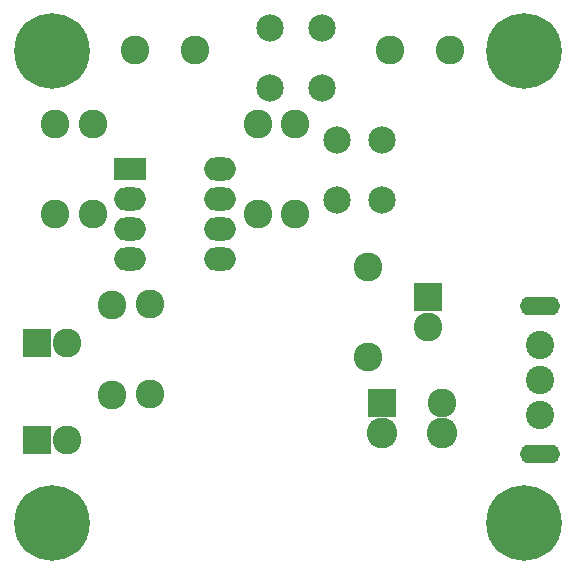
<source format=gbr>
G04 #@! TF.FileFunction,Soldermask,Bot*
%FSLAX46Y46*%
G04 Gerber Fmt 4.6, Leading zero omitted, Abs format (unit mm)*
G04 Created by KiCad (PCBNEW 4.0.4-stable) date 06/22/17 13:33:57*
%MOMM*%
%LPD*%
G01*
G04 APERTURE LIST*
%ADD10C,0.300000*%
%ADD11R,2.432000X2.432000*%
%ADD12C,2.432000*%
%ADD13C,6.400000*%
%ADD14C,2.305000*%
%ADD15C,2.599640*%
%ADD16R,2.686000X1.974800*%
%ADD17O,2.686000X1.974800*%
%ADD18C,2.400000*%
%ADD19O,3.400000X1.600000*%
G04 APERTURE END LIST*
D10*
D11*
X36845000Y24350000D03*
D12*
X36845000Y21810000D03*
D13*
X44982000Y45165000D03*
X4982000Y45165000D03*
X4982000Y5165000D03*
X44982000Y5165000D03*
D14*
X27922000Y42075000D03*
X27922000Y47155000D03*
X23477000Y42075000D03*
X23477000Y47155000D03*
X29192000Y32550000D03*
X29192000Y37630000D03*
X33002000Y32550000D03*
X33002000Y37630000D03*
D11*
X33002000Y15405000D03*
D12*
X38082000Y15405000D03*
D15*
X33002000Y12865000D03*
X38082000Y12865000D03*
D16*
X11666000Y35217000D03*
D17*
X11666000Y32677000D03*
X11666000Y30137000D03*
X11666000Y27597000D03*
X19286000Y27597000D03*
X19286000Y30137000D03*
X19286000Y32677000D03*
X19286000Y35217000D03*
D11*
X3792000Y20485000D03*
D12*
X6332000Y20485000D03*
D11*
X3792000Y12230000D03*
D12*
X6332000Y12230000D03*
D18*
X46362400Y17302380D03*
X46337000Y20310000D03*
X46337000Y14310000D03*
D19*
X46337000Y23610000D03*
X46337000Y11010000D03*
D12*
X10142000Y23660000D03*
X10142000Y16040000D03*
X13350000Y16095000D03*
X13350000Y23715000D03*
X22461000Y31407000D03*
X22461000Y39027000D03*
X8491000Y31407000D03*
X8491000Y39027000D03*
X25636000Y39027000D03*
X25636000Y31407000D03*
X5316000Y39027000D03*
X5316000Y31407000D03*
X31765000Y26890000D03*
X31765000Y19270000D03*
X33637000Y45250000D03*
X38717000Y45250000D03*
X12047000Y45250000D03*
X17127000Y45250000D03*
M02*

</source>
